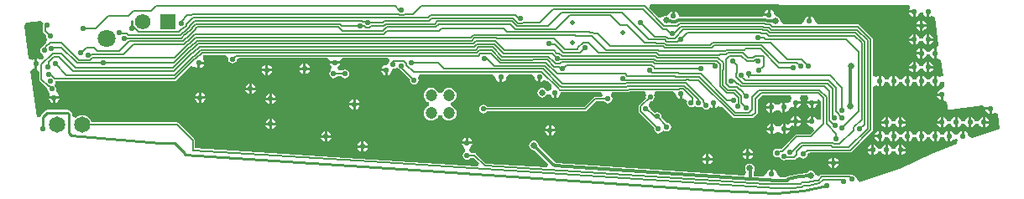
<source format=gbl>
G04*
G04 #@! TF.GenerationSoftware,Altium Limited,Altium Designer,19.1.5 (86)*
G04*
G04 Layer_Physical_Order=2*
G04 Layer_Color=3326705*
%FSAX24Y24*%
%MOIN*%
G70*
G01*
G75*
%ADD14C,0.0100*%
%ADD15C,0.0060*%
%ADD88C,0.0709*%
%ADD89C,0.0120*%
%ADD90C,0.0080*%
%ADD91C,0.0620*%
%ADD92R,0.0620X0.0620*%
%ADD93C,0.0195*%
%ADD94C,0.0472*%
%ADD95C,0.0650*%
%ADD96C,0.0220*%
%ADD97C,0.0260*%
G36*
X052692Y013501D02*
X052729Y013437D01*
X052750Y013361D01*
X052716Y013310D01*
X052709Y013278D01*
X052913D01*
Y013228D01*
X052963D01*
Y013024D01*
X052995Y013031D01*
X053065Y013077D01*
X053111Y013146D01*
X053118Y013179D01*
X053260D01*
X053267Y013146D01*
X053313Y013077D01*
X053383Y013031D01*
X053415Y013024D01*
Y013228D01*
X053515D01*
Y013024D01*
X053546Y013031D01*
X053577Y013051D01*
X053701Y013014D01*
X053726Y012995D01*
X053881Y011893D01*
X053877Y011884D01*
X053790Y011814D01*
Y011575D01*
Y011371D01*
X053813Y011375D01*
X053825Y011375D01*
X053964Y011304D01*
X054052Y010676D01*
X054035Y010661D01*
X053891Y010624D01*
X053822Y010670D01*
X053790Y010676D01*
Y010472D01*
Y010268D01*
X053822Y010275D01*
X053891Y010321D01*
X053938Y010391D01*
X053945Y010429D01*
X054087Y010425D01*
X054111Y010259D01*
X054016Y010135D01*
X053934Y010119D01*
X053864Y010073D01*
X053818Y010003D01*
X053812Y009971D01*
X054016D01*
Y009921D01*
X054066D01*
Y009703D01*
X054177Y009647D01*
X054200Y009624D01*
X054228Y009427D01*
X054235Y009375D01*
X054235Y009375D01*
X054260Y009333D01*
X054308Y009320D01*
X054308Y009320D01*
X054356Y009327D01*
X055626Y009505D01*
X055629Y009504D01*
X055699Y009420D01*
X055945D01*
Y009370D01*
X055995D01*
Y009166D01*
X056027Y009172D01*
X056089Y009214D01*
X056133Y009207D01*
X056235Y009175D01*
X056313Y008550D01*
X055186Y008203D01*
X055149Y008222D01*
X055049Y008307D01*
X055040Y008350D01*
X054994Y008419D01*
X054924Y008465D01*
X054893Y008472D01*
Y008268D01*
X054793D01*
Y008472D01*
X054761Y008465D01*
X054691Y008419D01*
X054645Y008350D01*
X054640Y008324D01*
X054634Y008317D01*
X054502D01*
X054492Y008336D01*
X054489Y008350D01*
X054443Y008419D01*
X054373Y008465D01*
X054341Y008472D01*
Y008268D01*
Y008064D01*
X054373Y008070D01*
X054443Y008116D01*
X054449Y008126D01*
X054608Y008144D01*
X054615Y008141D01*
X054634Y008116D01*
X054598Y007972D01*
X053613Y007550D01*
X052413Y007000D01*
X050813Y006450D01*
X050732Y006433D01*
X050732Y006433D01*
X050624Y006550D01*
X050622Y006554D01*
X050610Y006616D01*
X050572Y006672D01*
X050516Y006710D01*
X050450Y006723D01*
X050409Y006715D01*
X050380Y006735D01*
X050345Y006742D01*
X049240D01*
X049205Y006735D01*
X049175Y006715D01*
X049130Y006670D01*
X049066Y006684D01*
X048989Y006726D01*
X048979Y006774D01*
X048937Y006837D01*
X048874Y006879D01*
X048800Y006894D01*
X048726Y006879D01*
X048663Y006837D01*
X048642Y006806D01*
X048336Y006772D01*
X048330Y006770D01*
X048323Y006769D01*
X047873Y006669D01*
X047864Y006665D01*
X047853Y006663D01*
X047842Y006656D01*
X047830Y006650D01*
X047822Y006642D01*
X047813Y006637D01*
X047801Y006624D01*
X047574D01*
X047464Y006750D01*
X047448Y006832D01*
X047401Y006901D01*
X047332Y006948D01*
X047300Y006954D01*
Y006750D01*
X047200D01*
Y006954D01*
X047168Y006948D01*
X047099Y006901D01*
X047052Y006832D01*
X047036Y006750D01*
X046914Y006644D01*
X046522Y006671D01*
Y006852D01*
X046557Y006904D01*
X046572Y006978D01*
X046557Y007052D01*
X046515Y007115D01*
X046452Y007157D01*
X046378Y007172D01*
X046304Y007157D01*
X046241Y007115D01*
X046199Y007052D01*
X046184Y006978D01*
X046199Y006904D01*
X046241Y006841D01*
X046209Y006754D01*
X046145Y006697D01*
X038690Y007205D01*
X038628Y007245D01*
X037990Y007883D01*
X037994Y007900D01*
X037979Y007974D01*
X037937Y008037D01*
X037874Y008079D01*
X037800Y008094D01*
X037726Y008079D01*
X037663Y008037D01*
X037621Y007974D01*
X037606Y007900D01*
X037621Y007826D01*
X037663Y007763D01*
X037726Y007721D01*
X037800Y007706D01*
X037817Y007710D01*
X038380Y007147D01*
X038318Y007011D01*
X035912Y007168D01*
X035515Y007565D01*
X035485Y007585D01*
X035450Y007592D01*
X035320D01*
X035253Y007664D01*
X035248Y007699D01*
X035259Y007794D01*
X035282Y007836D01*
X035301Y007849D01*
X035348Y007918D01*
X035354Y007950D01*
X034946D01*
X034952Y007918D01*
X034999Y007849D01*
X035018Y007836D01*
X035080Y007722D01*
X035083Y007676D01*
X035028Y007622D01*
X034990Y007566D01*
X034977Y007500D01*
X034990Y007434D01*
X035028Y007378D01*
X035084Y007340D01*
X035150Y007327D01*
X035216Y007340D01*
X035272Y007378D01*
X035280Y007389D01*
X035423Y007398D01*
X035626Y007194D01*
X035568Y007067D01*
X031356Y007342D01*
X031356Y007342D01*
X031356Y007342D01*
X024342Y007794D01*
Y008099D01*
X024335Y008135D01*
X024315Y008164D01*
X023694Y008786D01*
X023664Y008806D01*
X023629Y008813D01*
X020251D01*
X020250Y008822D01*
X020211Y008915D01*
X020149Y008996D01*
X020069Y009057D01*
X019975Y009096D01*
X019875Y009109D01*
X019774Y009096D01*
X019681Y009057D01*
X019602Y008997D01*
X019593Y008998D01*
X019462Y009046D01*
Y009141D01*
X019454Y009184D01*
X019429Y009221D01*
X019429Y009221D01*
X019371Y009279D01*
X019334Y009304D01*
X019291Y009312D01*
X019291Y009312D01*
X018483D01*
X018483Y009312D01*
X018440Y009304D01*
X018404Y009279D01*
X018404Y009279D01*
X018221Y009096D01*
X018196Y009060D01*
X018188Y009017D01*
X018188Y009017D01*
X018051Y009025D01*
X017806Y010875D01*
X017936Y010956D01*
X017945Y010950D01*
X017977Y010944D01*
Y011148D01*
Y011352D01*
X017945Y011345D01*
X017889Y011308D01*
X017819Y011321D01*
X017742Y011351D01*
X017569Y012660D01*
X017649Y012810D01*
X018227Y012876D01*
X018271Y012827D01*
X018319Y012746D01*
X018318Y012742D01*
X018315Y012737D01*
X018308Y012702D01*
Y012450D01*
X018315Y012415D01*
X018335Y012385D01*
X018434Y012286D01*
X018427Y012250D01*
X018440Y012184D01*
X018478Y012128D01*
X018440Y011984D01*
X018336Y011881D01*
X018316Y011851D01*
X018316Y011848D01*
X018304Y011846D01*
X018248Y011808D01*
X018210Y011752D01*
X018197Y011686D01*
X018210Y011620D01*
X018248Y011563D01*
X018304Y011526D01*
X018330Y011389D01*
X018304Y011343D01*
X018159Y011312D01*
X018109Y011345D01*
X018077Y011352D01*
Y011148D01*
Y010893D01*
X018158Y010828D01*
Y010517D01*
X018165Y010482D01*
X018185Y010452D01*
X018452Y010185D01*
X018481Y010166D01*
X018478Y010151D01*
X018491Y010085D01*
X018529Y010029D01*
X018579Y009973D01*
X018552Y009882D01*
X018546Y009850D01*
X018954D01*
X018948Y009882D01*
X018901Y009951D01*
X018894Y009956D01*
X018828Y010059D01*
X018822Y010142D01*
X018824Y010151D01*
X018811Y010217D01*
X018774Y010274D01*
X018766Y010278D01*
X018751Y010299D01*
X018798Y010368D01*
X018814Y010450D01*
X018821Y010458D01*
X023539D01*
X023575Y010465D01*
X023604Y010485D01*
X024180Y011061D01*
X024349Y011038D01*
X024418Y010991D01*
X024450Y010985D01*
Y011189D01*
X024500D01*
Y011239D01*
X024704D01*
X024698Y011271D01*
X024651Y011340D01*
X024656Y011498D01*
X025567D01*
X025593Y011475D01*
X025664Y011358D01*
X025661Y011340D01*
X025674Y011274D01*
X025711Y011218D01*
X025767Y011180D01*
X025834Y011167D01*
X025900Y011180D01*
X025956Y011218D01*
X025994Y011274D01*
X026007Y011340D01*
X026142Y011378D01*
X029598D01*
X029627Y011352D01*
X029687Y011250D01*
X030113D01*
X030173Y011352D01*
X030202Y011378D01*
X032012D01*
X032018Y011374D01*
X032052Y011316D01*
X032067Y011261D01*
X031997Y011126D01*
X031899Y011104D01*
X031868Y011098D01*
X031799Y011051D01*
X031752Y010982D01*
X031746Y010950D01*
X031950D01*
Y010900D01*
X032000D01*
Y010696D01*
X032032Y010702D01*
X032101Y010749D01*
X032148Y010818D01*
X032150Y010831D01*
X032209Y010962D01*
X032275Y010975D01*
X032353Y010999D01*
X032428Y010954D01*
Y010954D01*
X032434Y010950D01*
X032484Y010917D01*
X032511Y010911D01*
X032516Y010905D01*
X032884Y010536D01*
X032877Y010500D01*
X032890Y010434D01*
X032928Y010378D01*
X032984Y010340D01*
X033050Y010327D01*
X033116Y010340D01*
X033172Y010378D01*
X033210Y010434D01*
X033223Y010500D01*
X033210Y010566D01*
X033201Y010580D01*
X033257Y010713D01*
X033263Y010720D01*
X036153D01*
X036274Y010612D01*
X036291Y010530D01*
X036337Y010461D01*
X036406Y010414D01*
X036438Y010408D01*
Y010612D01*
X036538D01*
Y010408D01*
X036570Y010414D01*
X036639Y010461D01*
X036686Y010530D01*
X036702Y010612D01*
X036812Y010738D01*
X037697D01*
X037819Y010633D01*
X037835Y010551D01*
X037882Y010482D01*
X037951Y010435D01*
X037983Y010429D01*
Y010633D01*
X038083D01*
Y010429D01*
X038115Y010435D01*
X038184Y010482D01*
X038346Y010472D01*
X038502Y010316D01*
X038499Y010151D01*
X038452Y010082D01*
X038452Y010081D01*
X038323Y010075D01*
X038309Y010077D01*
X038269Y010137D01*
X038206Y010179D01*
X038132Y010194D01*
X038058Y010179D01*
X037995Y010137D01*
X037953Y010074D01*
X037938Y010000D01*
X037953Y009926D01*
X037995Y009863D01*
X038058Y009821D01*
X038132Y009806D01*
X038206Y009821D01*
X038269Y009863D01*
X038309Y009923D01*
X038323Y009925D01*
X038452Y009919D01*
X038452Y009918D01*
X038499Y009849D01*
X038568Y009802D01*
X038600Y009796D01*
Y010000D01*
X038700D01*
Y009796D01*
X038732Y009802D01*
X038801Y009849D01*
X038848Y009918D01*
X038864Y010000D01*
X038879Y010018D01*
X040458D01*
X040528Y009878D01*
X040501Y009842D01*
X040250D01*
X040215Y009835D01*
X040185Y009815D01*
X039812Y009442D01*
X035943D01*
X035922Y009472D01*
X035866Y009510D01*
X035800Y009523D01*
X035734Y009510D01*
X035678Y009472D01*
X035640Y009416D01*
X035627Y009350D01*
X035640Y009284D01*
X035678Y009228D01*
X035734Y009190D01*
X035800Y009177D01*
X035866Y009190D01*
X035922Y009228D01*
X035943Y009258D01*
X039850D01*
X039885Y009265D01*
X039915Y009285D01*
X040288Y009658D01*
X040607D01*
X040628Y009628D01*
X040684Y009590D01*
X040750Y009577D01*
X040816Y009590D01*
X040872Y009628D01*
X040910Y009684D01*
X040923Y009750D01*
X040910Y009816D01*
X040872Y009872D01*
X040864Y009878D01*
X040906Y010018D01*
X041532D01*
X041567Y010025D01*
X041597Y010045D01*
X041600Y010048D01*
X042206D01*
X042210Y010044D01*
X042268Y009908D01*
X042260Y009896D01*
X042247Y009830D01*
X042256Y009785D01*
X041985Y009515D01*
X041965Y009485D01*
X041958Y009450D01*
Y009250D01*
X041965Y009215D01*
X041985Y009185D01*
X042584Y008586D01*
X042577Y008550D01*
X042590Y008484D01*
X042628Y008428D01*
X042684Y008390D01*
X042750Y008377D01*
X042816Y008390D01*
X042872Y008428D01*
X042929Y008482D01*
X043014Y008472D01*
X043014Y008472D01*
X043033Y008468D01*
X043080Y008459D01*
X043146Y008472D01*
X043203Y008509D01*
X043240Y008566D01*
X043253Y008632D01*
X043240Y008698D01*
X043203Y008754D01*
X043146Y008792D01*
X043080Y008805D01*
X043076Y008804D01*
X042866Y009014D01*
X042873Y009050D01*
X042860Y009116D01*
X042822Y009172D01*
X042766Y009210D01*
X042700Y009223D01*
X042634Y009210D01*
X042595Y009184D01*
X042422Y009358D01*
X042410Y009416D01*
X042372Y009472D01*
X042369Y009524D01*
X042420Y009657D01*
X042486Y009670D01*
X042542Y009708D01*
X042580Y009764D01*
X042593Y009830D01*
X042580Y009896D01*
X042572Y009908D01*
X042630Y010044D01*
X042634Y010048D01*
X043313D01*
X043436Y009950D01*
X043452Y009868D01*
X043499Y009799D01*
X043568Y009752D01*
X043600Y009746D01*
Y009950D01*
X043700D01*
Y009746D01*
X043732Y009752D01*
X043873Y009694D01*
X043889Y009668D01*
X043889Y009660D01*
X043877Y009600D01*
X043890Y009534D01*
X043928Y009478D01*
X043984Y009440D01*
X044050Y009427D01*
X044116Y009440D01*
X044200Y009468D01*
X044284Y009440D01*
X044350Y009427D01*
X044416Y009440D01*
X044490Y009434D01*
X044528Y009378D01*
X044584Y009340D01*
X044650Y009327D01*
X044716Y009340D01*
X044772Y009378D01*
X044810Y009434D01*
X044817Y009437D01*
X044868Y009402D01*
X044900Y009396D01*
Y009600D01*
X045000D01*
Y009396D01*
X045032Y009402D01*
X045101Y009449D01*
X045263Y009439D01*
X045688Y009015D01*
X045717Y008995D01*
X045752Y008988D01*
X046465D01*
X046500Y008995D01*
X046530Y009015D01*
X046660Y009145D01*
X046680Y009175D01*
X046687Y009210D01*
Y009707D01*
X046868Y009888D01*
X048002D01*
X048043Y009768D01*
X048047Y009748D01*
X048002Y009682D01*
X047994Y009642D01*
X047951Y009612D01*
X047885Y009587D01*
X047851Y009582D01*
X047810Y009609D01*
X047778Y009616D01*
Y009412D01*
Y009208D01*
X047810Y009214D01*
X047879Y009260D01*
X047926Y009330D01*
X047934Y009370D01*
X047977Y009399D01*
X048043Y009425D01*
X048077Y009430D01*
X048118Y009402D01*
X048150Y009396D01*
Y009600D01*
X048200D01*
Y009650D01*
X048404D01*
X048398Y009682D01*
X048353Y009748D01*
X048357Y009768D01*
X048398Y009888D01*
X048652D01*
X048693Y009768D01*
X048697Y009748D01*
X048652Y009682D01*
X048646Y009650D01*
X049065D01*
X049116Y009748D01*
X049208Y009666D01*
Y008920D01*
X049194Y008912D01*
X049048Y008932D01*
X049001Y009001D01*
X048932Y009048D01*
X048900Y009054D01*
Y008850D01*
X048850D01*
Y008800D01*
X048646D01*
X048652Y008768D01*
X048699Y008699D01*
X048768Y008652D01*
X048850Y008636D01*
X048860Y008638D01*
X048929Y008509D01*
X048762Y008342D01*
X048250D01*
X048215Y008335D01*
X048185Y008315D01*
X047636Y007766D01*
X047574D01*
X047539Y007759D01*
X047524Y007749D01*
X047460Y007762D01*
X047394Y007749D01*
X047338Y007711D01*
X047300Y007655D01*
X047287Y007589D01*
X047300Y007522D01*
X047338Y007466D01*
X047394Y007429D01*
X047460Y007416D01*
X047527Y007429D01*
X047618Y007350D01*
X047674Y007312D01*
X047740Y007299D01*
X047806Y007312D01*
X047817Y007320D01*
X048130D01*
X048165Y007327D01*
X048195Y007346D01*
X048236Y007387D01*
X048378Y007428D01*
X048434Y007390D01*
X048500Y007377D01*
X048566Y007390D01*
X048622Y007428D01*
X048660Y007484D01*
X048673Y007550D01*
X048800Y007618D01*
X050362D01*
X050398Y007625D01*
X050427Y007645D01*
X051245Y008463D01*
X051265Y008492D01*
X051272Y008528D01*
Y010241D01*
X051313Y010270D01*
X051412Y010303D01*
X051454Y010275D01*
X051485Y010268D01*
Y010472D01*
Y010676D01*
X051454Y010670D01*
X051412Y010642D01*
X051313Y010675D01*
X051272Y010704D01*
Y012129D01*
X051265Y012164D01*
X051245Y012194D01*
X050744Y012695D01*
X050714Y012715D01*
X050679Y012722D01*
X049072D01*
X048964Y012850D01*
X048948Y012932D01*
X048901Y013001D01*
X048832Y013048D01*
X048800Y013054D01*
Y012850D01*
X048700D01*
Y013054D01*
X048668Y013048D01*
X048599Y013001D01*
X048552Y012932D01*
X048536Y012850D01*
X048428Y012722D01*
X047698D01*
X047594Y012850D01*
X047579Y012924D01*
X047537Y012987D01*
X047474Y013029D01*
X047364Y013100D01*
X047348Y013182D01*
X047301Y013251D01*
X047232Y013298D01*
X047200Y013304D01*
Y013100D01*
X047150D01*
Y013050D01*
X046895D01*
X046880Y013032D01*
X043579D01*
X043564Y013050D01*
X043548Y013132D01*
X043501Y013201D01*
X043432Y013248D01*
X043400Y013254D01*
Y013050D01*
X043300D01*
Y013254D01*
X043268Y013248D01*
X043199Y013201D01*
X043152Y013132D01*
X043061Y013072D01*
X042987Y013058D01*
X042924Y013016D01*
X042760Y012999D01*
X042383Y013376D01*
X042441Y013516D01*
X052692Y013501D01*
D02*
G37*
%LPC*%
G36*
X047100Y013304D02*
X047068Y013298D01*
X046999Y013251D01*
X046952Y013182D01*
X046946Y013150D01*
X047100D01*
Y013304D01*
D02*
G37*
G36*
X052863Y013178D02*
X052709D01*
X052716Y013146D01*
X052762Y013077D01*
X052832Y013031D01*
X052863Y013024D01*
Y013178D01*
D02*
G37*
G36*
X053239Y012881D02*
Y012727D01*
X053393D01*
X053387Y012759D01*
X053340Y012828D01*
X053271Y012875D01*
X053239Y012881D01*
D02*
G37*
G36*
X053139D02*
X053107Y012875D01*
X053038Y012828D01*
X052991Y012759D01*
X052985Y012727D01*
X053139D01*
Y012881D01*
D02*
G37*
G36*
X053393Y012627D02*
X053239D01*
Y012473D01*
X053271Y012479D01*
X053340Y012526D01*
X053387Y012595D01*
X053393Y012627D01*
D02*
G37*
G36*
X053139D02*
X052985D01*
X052991Y012595D01*
X053038Y012526D01*
X053107Y012479D01*
X053139Y012473D01*
Y012627D01*
D02*
G37*
G36*
X053515Y012330D02*
Y012176D01*
X053669D01*
X053662Y012208D01*
X053616Y012277D01*
X053546Y012324D01*
X053515Y012330D01*
D02*
G37*
G36*
X052863D02*
X052832Y012324D01*
X052762Y012277D01*
X052716Y012208D01*
X052709Y012176D01*
X052863D01*
Y012330D01*
D02*
G37*
G36*
X053415D02*
X053383Y012324D01*
X053313Y012277D01*
X053267Y012208D01*
X053260Y012175D01*
X053118D01*
X053111Y012208D01*
X053065Y012277D01*
X052995Y012324D01*
X052963Y012330D01*
Y012126D01*
Y011922D01*
X052995Y011928D01*
X053065Y011975D01*
X053111Y012044D01*
X053118Y012077D01*
X053260D01*
X053267Y012044D01*
X053313Y011975D01*
X053383Y011928D01*
X053415Y011922D01*
Y012126D01*
Y012330D01*
D02*
G37*
G36*
X053669Y012076D02*
X053515D01*
Y011922D01*
X053546Y011928D01*
X053616Y011975D01*
X053662Y012044D01*
X053669Y012076D01*
D02*
G37*
G36*
X052863D02*
X052709D01*
X052716Y012044D01*
X052762Y011975D01*
X052832Y011928D01*
X052863Y011922D01*
Y012076D01*
D02*
G37*
G36*
X053139Y011779D02*
X053107Y011772D01*
X053038Y011726D01*
X052991Y011657D01*
X052985Y011625D01*
X053139D01*
Y011779D01*
D02*
G37*
G36*
X053690D02*
X053658Y011772D01*
X053589Y011726D01*
X053542Y011657D01*
X053536Y011624D01*
X053393D01*
X053387Y011657D01*
X053340Y011726D01*
X053271Y011772D01*
X053239Y011779D01*
Y011575D01*
Y011371D01*
X053271Y011377D01*
X053340Y011424D01*
X053387Y011493D01*
X053393Y011526D01*
X053536D01*
X053542Y011493D01*
X053589Y011424D01*
X053658Y011377D01*
X053690Y011371D01*
Y011575D01*
Y011779D01*
D02*
G37*
G36*
X053139Y011525D02*
X052985D01*
X052991Y011493D01*
X053038Y011424D01*
X053107Y011377D01*
X053139Y011371D01*
Y011525D01*
D02*
G37*
G36*
X053515Y011228D02*
Y011074D01*
X053669D01*
X053662Y011106D01*
X053616Y011175D01*
X053546Y011221D01*
X053515Y011228D01*
D02*
G37*
G36*
X052863D02*
X052832Y011221D01*
X052762Y011175D01*
X052716Y011106D01*
X052709Y011074D01*
X052863D01*
Y011228D01*
D02*
G37*
G36*
X053415D02*
X053383Y011221D01*
X053313Y011175D01*
X053267Y011106D01*
X053260Y011073D01*
X053118D01*
X053111Y011106D01*
X053065Y011175D01*
X052995Y011221D01*
X052963Y011228D01*
Y011024D01*
Y010820D01*
X052995Y010826D01*
X053065Y010872D01*
X053111Y010942D01*
X053118Y010975D01*
X053260D01*
X053267Y010942D01*
X053313Y010872D01*
X053383Y010826D01*
X053415Y010820D01*
Y011024D01*
Y011228D01*
D02*
G37*
G36*
X028750Y011154D02*
Y011000D01*
X028904D01*
X028898Y011032D01*
X028851Y011101D01*
X028782Y011148D01*
X028750Y011154D01*
D02*
G37*
G36*
X028650D02*
X028618Y011148D01*
X028549Y011101D01*
X028502Y011032D01*
X028496Y011000D01*
X028650D01*
Y011154D01*
D02*
G37*
G36*
X024704Y011139D02*
X024550D01*
Y010985D01*
X024582Y010991D01*
X024651Y011038D01*
X024698Y011107D01*
X024704Y011139D01*
D02*
G37*
G36*
X027250Y011104D02*
Y010950D01*
X027404D01*
X027398Y010982D01*
X027351Y011051D01*
X027282Y011098D01*
X027250Y011104D01*
D02*
G37*
G36*
X027150D02*
X027118Y011098D01*
X027049Y011051D01*
X027002Y010982D01*
X026996Y010950D01*
X027150D01*
Y011104D01*
D02*
G37*
G36*
X053669Y010974D02*
X053515D01*
Y010820D01*
X053546Y010826D01*
X053616Y010872D01*
X053662Y010942D01*
X053669Y010974D01*
D02*
G37*
G36*
X052863D02*
X052709D01*
X052716Y010942D01*
X052762Y010872D01*
X052832Y010826D01*
X052863Y010820D01*
Y010974D01*
D02*
G37*
G36*
X028904Y010900D02*
X028750D01*
Y010746D01*
X028782Y010752D01*
X028851Y010799D01*
X028898Y010868D01*
X028904Y010900D01*
D02*
G37*
G36*
X028650D02*
X028496D01*
X028502Y010868D01*
X028549Y010799D01*
X028618Y010752D01*
X028650Y010746D01*
Y010900D01*
D02*
G37*
G36*
X031900Y010850D02*
X031746D01*
X031752Y010818D01*
X031799Y010749D01*
X031868Y010702D01*
X031900Y010696D01*
Y010850D01*
D02*
G37*
G36*
X027404D02*
X027250D01*
Y010696D01*
X027282Y010702D01*
X027351Y010749D01*
X027398Y010818D01*
X027404Y010850D01*
D02*
G37*
G36*
X027150D02*
X026996D01*
X027002Y010818D01*
X027049Y010749D01*
X027118Y010702D01*
X027150Y010696D01*
Y010850D01*
D02*
G37*
G36*
X030104Y011150D02*
X029696D01*
X029702Y011118D01*
X029749Y011049D01*
X029754Y011045D01*
X029761Y011011D01*
X029746Y010885D01*
X029728Y010872D01*
X029690Y010816D01*
X029677Y010750D01*
X029690Y010684D01*
X029728Y010628D01*
X029784Y010590D01*
X029850Y010577D01*
X029916Y010590D01*
X029972Y010628D01*
X029993Y010658D01*
X030157D01*
X030178Y010628D01*
X030234Y010590D01*
X030300Y010577D01*
X030366Y010590D01*
X030422Y010628D01*
X030460Y010684D01*
X030473Y010750D01*
X030460Y010816D01*
X030422Y010872D01*
X030366Y010910D01*
X030300Y010923D01*
X030234Y010910D01*
X030204Y010890D01*
X030079Y010905D01*
X030040Y010918D01*
X029998Y010982D01*
X030006Y011018D01*
X030051Y011049D01*
X030098Y011118D01*
X030104Y011150D01*
D02*
G37*
G36*
X053690Y010676D02*
X053658Y010670D01*
X053589Y010624D01*
X053542Y010554D01*
X053536Y010521D01*
X053393D01*
X053387Y010554D01*
X053340Y010624D01*
X053271Y010670D01*
X053239Y010676D01*
Y010472D01*
Y010268D01*
X053271Y010275D01*
X053340Y010321D01*
X053387Y010391D01*
X053393Y010424D01*
X053536D01*
X053542Y010391D01*
X053589Y010321D01*
X053658Y010275D01*
X053690Y010268D01*
Y010472D01*
Y010676D01*
D02*
G37*
G36*
X053139D02*
X053107Y010670D01*
X053038Y010624D01*
X052991Y010554D01*
X052985Y010521D01*
X052842D01*
X052835Y010554D01*
X052789Y010624D01*
X052720Y010670D01*
X052688Y010676D01*
Y010472D01*
Y010268D01*
X052720Y010275D01*
X052789Y010321D01*
X052835Y010391D01*
X052842Y010424D01*
X052985D01*
X052991Y010391D01*
X053038Y010321D01*
X053107Y010275D01*
X053139Y010268D01*
Y010472D01*
Y010676D01*
D02*
G37*
G36*
X052588D02*
X052556Y010670D01*
X052487Y010624D01*
X052440Y010554D01*
X052434Y010521D01*
X052291D01*
X052284Y010554D01*
X052238Y010624D01*
X052168Y010670D01*
X052137Y010676D01*
Y010472D01*
Y010268D01*
X052168Y010275D01*
X052238Y010321D01*
X052284Y010391D01*
X052291Y010424D01*
X052434D01*
X052440Y010391D01*
X052487Y010321D01*
X052556Y010275D01*
X052588Y010268D01*
Y010472D01*
Y010676D01*
D02*
G37*
G36*
X052037D02*
X052005Y010670D01*
X051935Y010624D01*
X051889Y010554D01*
X051882Y010521D01*
X051740D01*
X051733Y010554D01*
X051687Y010624D01*
X051617Y010670D01*
X051585Y010676D01*
Y010472D01*
Y010268D01*
X051617Y010275D01*
X051687Y010321D01*
X051733Y010391D01*
X051740Y010424D01*
X051882D01*
X051889Y010391D01*
X051935Y010321D01*
X052005Y010275D01*
X052037Y010268D01*
Y010472D01*
Y010676D01*
D02*
G37*
G36*
X026600Y010354D02*
Y010200D01*
X026754D01*
X026748Y010232D01*
X026701Y010301D01*
X026632Y010348D01*
X026600Y010354D01*
D02*
G37*
G36*
X026500D02*
X026468Y010348D01*
X026399Y010301D01*
X026352Y010232D01*
X026346Y010200D01*
X026500D01*
Y010354D01*
D02*
G37*
G36*
X034432Y010193D02*
X034355Y010183D01*
X034283Y010153D01*
X034221Y010105D01*
X034174Y010043D01*
X034152Y009991D01*
X034079Y009978D01*
X034006Y009991D01*
X033984Y010043D01*
X033936Y010105D01*
X033875Y010153D01*
X033803Y010183D01*
X033725Y010193D01*
X033648Y010183D01*
X033576Y010153D01*
X033514Y010105D01*
X033466Y010043D01*
X033437Y009971D01*
X033426Y009894D01*
X033437Y009817D01*
X033466Y009745D01*
X033514Y009683D01*
X033576Y009635D01*
X033628Y009614D01*
X033641Y009541D01*
X033628Y009467D01*
X033576Y009446D01*
X033514Y009398D01*
X033466Y009336D01*
X033437Y009264D01*
X033426Y009187D01*
X033437Y009110D01*
X033466Y009038D01*
X033514Y008976D01*
X033576Y008928D01*
X033648Y008898D01*
X033725Y008888D01*
X033803Y008898D01*
X033875Y008928D01*
X033936Y008976D01*
X033984Y009038D01*
X034006Y009090D01*
X034079Y009103D01*
X034152Y009090D01*
X034174Y009038D01*
X034221Y008976D01*
X034283Y008928D01*
X034355Y008898D01*
X034432Y008888D01*
X034510Y008898D01*
X034582Y008928D01*
X034644Y008976D01*
X034691Y009038D01*
X034721Y009110D01*
X034731Y009187D01*
X034721Y009264D01*
X034691Y009336D01*
X034644Y009398D01*
X034582Y009446D01*
X034529Y009467D01*
X034516Y009541D01*
X034529Y009614D01*
X034582Y009635D01*
X034644Y009683D01*
X034691Y009745D01*
X034721Y009817D01*
X034731Y009894D01*
X034721Y009971D01*
X034691Y010043D01*
X034644Y010105D01*
X034582Y010153D01*
X034510Y010183D01*
X034432Y010193D01*
D02*
G37*
G36*
X026754Y010100D02*
X026600D01*
Y009946D01*
X026632Y009952D01*
X026701Y009999D01*
X026748Y010068D01*
X026754Y010100D01*
D02*
G37*
G36*
X026500D02*
X026346D01*
X026352Y010068D01*
X026399Y009999D01*
X026468Y009952D01*
X026500Y009946D01*
Y010100D01*
D02*
G37*
G36*
X024600Y010004D02*
Y009850D01*
X024754D01*
X024748Y009882D01*
X024701Y009951D01*
X024632Y009998D01*
X024600Y010004D01*
D02*
G37*
G36*
X024500D02*
X024468Y009998D01*
X024399Y009951D01*
X024352Y009882D01*
X024346Y009850D01*
X024500D01*
Y010004D01*
D02*
G37*
G36*
X027400Y009954D02*
Y009800D01*
X027554D01*
X027548Y009832D01*
X027501Y009901D01*
X027432Y009948D01*
X027400Y009954D01*
D02*
G37*
G36*
X027300D02*
X027268Y009948D01*
X027199Y009901D01*
X027152Y009832D01*
X027146Y009800D01*
X027300D01*
Y009954D01*
D02*
G37*
G36*
X053966Y009871D02*
X053812D01*
X053818Y009839D01*
X053864Y009770D01*
X053934Y009724D01*
X053966Y009717D01*
Y009871D01*
D02*
G37*
G36*
X024754Y009750D02*
X024600D01*
Y009596D01*
X024632Y009602D01*
X024701Y009649D01*
X024748Y009718D01*
X024754Y009750D01*
D02*
G37*
G36*
X024500D02*
X024346D01*
X024352Y009718D01*
X024399Y009649D01*
X024468Y009602D01*
X024500Y009596D01*
Y009750D01*
D02*
G37*
G36*
X018954D02*
X018800D01*
Y009596D01*
X018832Y009602D01*
X018901Y009649D01*
X018948Y009718D01*
X018954Y009750D01*
D02*
G37*
G36*
X018700D02*
X018546D01*
X018552Y009718D01*
X018599Y009649D01*
X018668Y009602D01*
X018700Y009596D01*
Y009750D01*
D02*
G37*
G36*
X030719Y009735D02*
Y009581D01*
X030873D01*
X030867Y009613D01*
X030820Y009682D01*
X030751Y009729D01*
X030719Y009735D01*
D02*
G37*
G36*
X030619D02*
X030587Y009729D01*
X030518Y009682D01*
X030471Y009613D01*
X030465Y009581D01*
X030619D01*
Y009735D01*
D02*
G37*
G36*
X027554Y009700D02*
X027400D01*
Y009546D01*
X027432Y009552D01*
X027501Y009599D01*
X027548Y009668D01*
X027554Y009700D01*
D02*
G37*
G36*
X027300D02*
X027146D01*
X027152Y009668D01*
X027199Y009599D01*
X027268Y009552D01*
X027300Y009546D01*
Y009700D01*
D02*
G37*
G36*
X047678Y009616D02*
X047646Y009609D01*
X047577Y009563D01*
X047556Y009532D01*
X047533Y009525D01*
X047423D01*
X047400Y009532D01*
X047379Y009563D01*
X047310Y009609D01*
X047278Y009616D01*
Y009412D01*
Y009208D01*
X047310Y009214D01*
X047379Y009260D01*
X047400Y009292D01*
X047423Y009298D01*
X047533D01*
X047556Y009292D01*
X047577Y009260D01*
X047646Y009214D01*
X047678Y009208D01*
Y009412D01*
Y009616D01*
D02*
G37*
G36*
X047178D02*
X047146Y009609D01*
X047077Y009563D01*
X047030Y009493D01*
X047024Y009462D01*
X047178D01*
Y009616D01*
D02*
G37*
G36*
X049054Y009550D02*
X048900D01*
Y009396D01*
X048932Y009402D01*
X049001Y009449D01*
X049048Y009518D01*
X049054Y009550D01*
D02*
G37*
G36*
X048800D02*
X048646D01*
X048652Y009518D01*
X048699Y009449D01*
X048768Y009402D01*
X048800Y009396D01*
Y009550D01*
D02*
G37*
G36*
X048404D02*
X048250D01*
Y009396D01*
X048282Y009402D01*
X048351Y009449D01*
X048398Y009518D01*
X048404Y009550D01*
D02*
G37*
G36*
X030873Y009481D02*
X030719D01*
Y009327D01*
X030751Y009333D01*
X030820Y009380D01*
X030867Y009449D01*
X030873Y009481D01*
D02*
G37*
G36*
X030619D02*
X030465D01*
X030471Y009449D01*
X030518Y009380D01*
X030587Y009333D01*
X030619Y009327D01*
Y009481D01*
D02*
G37*
G36*
X047178Y009362D02*
X047024D01*
X047030Y009330D01*
X047077Y009260D01*
X047146Y009214D01*
X047178Y009208D01*
Y009362D01*
D02*
G37*
G36*
X055895Y009320D02*
X055741D01*
X055747Y009288D01*
X055794Y009219D01*
X055863Y009172D01*
X055895Y009166D01*
Y009320D01*
D02*
G37*
G36*
X048800Y009054D02*
X048768Y009048D01*
X048699Y009001D01*
X048652Y008932D01*
X048646Y008900D01*
X048800D01*
Y009054D01*
D02*
G37*
G36*
X048250D02*
Y008900D01*
X048404D01*
X048398Y008932D01*
X048351Y009001D01*
X048282Y009048D01*
X048250Y009054D01*
D02*
G37*
G36*
X048150D02*
X048118Y009048D01*
X048049Y009001D01*
X048002Y008932D01*
X047996Y008900D01*
X048150D01*
Y009054D01*
D02*
G37*
G36*
X055719Y009023D02*
Y008869D01*
X055873D01*
X055867Y008901D01*
X055821Y008970D01*
X055751Y009017D01*
X055719Y009023D01*
D02*
G37*
G36*
X053966D02*
X053934Y009017D01*
X053864Y008970D01*
X053818Y008901D01*
X053812Y008869D01*
X053966D01*
Y009023D01*
D02*
G37*
G36*
X052412D02*
Y008869D01*
X052566D01*
X052560Y008901D01*
X052513Y008970D01*
X052444Y009017D01*
X052412Y009023D01*
D02*
G37*
G36*
X051761D02*
X051729Y009017D01*
X051660Y008970D01*
X051613Y008901D01*
X051607Y008869D01*
X051761D01*
Y009023D01*
D02*
G37*
G36*
X055619D02*
X055587Y009017D01*
X055518Y008970D01*
X055472Y008901D01*
X055465Y008868D01*
X055322D01*
X055316Y008901D01*
X055269Y008970D01*
X055200Y009017D01*
X055168Y009023D01*
Y008819D01*
Y008615D01*
X055200Y008621D01*
X055269Y008668D01*
X055316Y008737D01*
X055322Y008770D01*
X055465D01*
X055472Y008737D01*
X055518Y008668D01*
X055587Y008621D01*
X055619Y008615D01*
Y008819D01*
Y009023D01*
D02*
G37*
G36*
X055068D02*
X055036Y009017D01*
X054967Y008970D01*
X054920Y008901D01*
X054914Y008868D01*
X054771D01*
X054765Y008901D01*
X054718Y008970D01*
X054649Y009017D01*
X054617Y009023D01*
Y008819D01*
Y008615D01*
X054649Y008621D01*
X054718Y008668D01*
X054765Y008737D01*
X054771Y008770D01*
X054914D01*
X054920Y008737D01*
X054967Y008668D01*
X055036Y008621D01*
X055068Y008615D01*
Y008819D01*
Y009023D01*
D02*
G37*
G36*
X054517D02*
X054485Y009017D01*
X054416Y008970D01*
X054369Y008901D01*
X054363Y008868D01*
X054220D01*
X054213Y008901D01*
X054167Y008970D01*
X054098Y009017D01*
X054066Y009023D01*
Y008819D01*
Y008615D01*
X054098Y008621D01*
X054167Y008668D01*
X054213Y008737D01*
X054220Y008770D01*
X054363D01*
X054369Y008737D01*
X054416Y008668D01*
X054485Y008621D01*
X054517Y008615D01*
Y008819D01*
Y009023D01*
D02*
G37*
G36*
X052312D02*
X052280Y009017D01*
X052211Y008970D01*
X052165Y008901D01*
X052158Y008868D01*
X052015D01*
X052009Y008901D01*
X051962Y008970D01*
X051893Y009017D01*
X051861Y009023D01*
Y008819D01*
Y008615D01*
X051893Y008621D01*
X051962Y008668D01*
X052009Y008737D01*
X052015Y008770D01*
X052158D01*
X052165Y008737D01*
X052211Y008668D01*
X052280Y008621D01*
X052312Y008615D01*
Y008819D01*
Y009023D01*
D02*
G37*
G36*
X027400Y008954D02*
Y008800D01*
X027554D01*
X027548Y008832D01*
X027501Y008901D01*
X027432Y008948D01*
X027400Y008954D01*
D02*
G37*
G36*
X027300D02*
X027268Y008948D01*
X027199Y008901D01*
X027152Y008832D01*
X027146Y008800D01*
X027300D01*
Y008954D01*
D02*
G37*
G36*
X048150Y008800D02*
X047996D01*
X047997Y008793D01*
X047984Y008780D01*
X047896Y008721D01*
X047881Y008715D01*
X047870Y008722D01*
X047832Y008748D01*
X047800Y008754D01*
Y008600D01*
X047954D01*
X047953Y008607D01*
X047966Y008620D01*
X048054Y008679D01*
X048069Y008685D01*
X048080Y008678D01*
X048118Y008652D01*
X048150Y008646D01*
Y008800D01*
D02*
G37*
G36*
X047700Y008754D02*
X047668Y008748D01*
X047599Y008701D01*
X047578Y008670D01*
X047555Y008663D01*
X047445D01*
X047422Y008670D01*
X047401Y008701D01*
X047332Y008748D01*
X047300Y008754D01*
Y008550D01*
Y008346D01*
X047332Y008352D01*
X047401Y008399D01*
X047422Y008430D01*
X047445Y008437D01*
X047555D01*
X047578Y008430D01*
X047599Y008399D01*
X047668Y008352D01*
X047700Y008346D01*
Y008550D01*
Y008754D01*
D02*
G37*
G36*
X048404Y008800D02*
X048250D01*
Y008646D01*
X048282Y008652D01*
X048351Y008699D01*
X048398Y008768D01*
X048404Y008800D01*
D02*
G37*
G36*
X055873Y008769D02*
X055719D01*
Y008615D01*
X055751Y008621D01*
X055821Y008668D01*
X055867Y008737D01*
X055873Y008769D01*
D02*
G37*
G36*
X053966D02*
X053812D01*
X053818Y008737D01*
X053864Y008668D01*
X053934Y008621D01*
X053966Y008615D01*
Y008769D01*
D02*
G37*
G36*
X052566D02*
X052412D01*
Y008615D01*
X052444Y008621D01*
X052513Y008668D01*
X052560Y008737D01*
X052566Y008769D01*
D02*
G37*
G36*
X051761D02*
X051607D01*
X051613Y008737D01*
X051660Y008668D01*
X051729Y008621D01*
X051761Y008615D01*
Y008769D01*
D02*
G37*
G36*
X047200Y008754D02*
X047168Y008748D01*
X047099Y008701D01*
X047052Y008632D01*
X047046Y008600D01*
X047200D01*
Y008754D01*
D02*
G37*
G36*
X038500Y008704D02*
Y008550D01*
X038654D01*
X038648Y008582D01*
X038601Y008651D01*
X038532Y008698D01*
X038500Y008704D01*
D02*
G37*
G36*
X038400D02*
X038368Y008698D01*
X038299Y008651D01*
X038252Y008582D01*
X038246Y008550D01*
X038400D01*
Y008704D01*
D02*
G37*
G36*
X027554Y008700D02*
X027400D01*
Y008546D01*
X027432Y008552D01*
X027501Y008599D01*
X027548Y008668D01*
X027554Y008700D01*
D02*
G37*
G36*
X027300D02*
X027146D01*
X027152Y008668D01*
X027199Y008599D01*
X027268Y008552D01*
X027300Y008546D01*
Y008700D01*
D02*
G37*
G36*
X047954Y008500D02*
X047800D01*
Y008346D01*
X047832Y008352D01*
X047901Y008399D01*
X047948Y008468D01*
X047954Y008500D01*
D02*
G37*
G36*
X047200D02*
X047046D01*
X047052Y008468D01*
X047099Y008399D01*
X047168Y008352D01*
X047200Y008346D01*
Y008500D01*
D02*
G37*
G36*
X051485Y008472D02*
X051454Y008465D01*
X051384Y008419D01*
X051338Y008350D01*
X051331Y008318D01*
X051485D01*
Y008472D01*
D02*
G37*
G36*
X054241D02*
X054209Y008465D01*
X054140Y008419D01*
X054094Y008350D01*
X054087Y008317D01*
X053944D01*
X053938Y008350D01*
X053891Y008419D01*
X053822Y008465D01*
X053790Y008472D01*
Y008268D01*
Y008064D01*
X053822Y008070D01*
X053891Y008116D01*
X053938Y008186D01*
X053944Y008219D01*
X054087D01*
X054094Y008186D01*
X054140Y008116D01*
X054209Y008070D01*
X054241Y008064D01*
Y008268D01*
Y008472D01*
D02*
G37*
G36*
X053690D02*
X053658Y008465D01*
X053589Y008419D01*
X053542Y008350D01*
X053536Y008317D01*
X053393D01*
X053387Y008350D01*
X053340Y008419D01*
X053271Y008465D01*
X053239Y008472D01*
Y008268D01*
Y008064D01*
X053271Y008070D01*
X053340Y008116D01*
X053387Y008186D01*
X053393Y008219D01*
X053536D01*
X053542Y008186D01*
X053589Y008116D01*
X053658Y008070D01*
X053690Y008064D01*
Y008268D01*
Y008472D01*
D02*
G37*
G36*
X053139D02*
X053107Y008465D01*
X053038Y008419D01*
X052991Y008350D01*
X052985Y008317D01*
X052842D01*
X052835Y008350D01*
X052789Y008419D01*
X052720Y008465D01*
X052688Y008472D01*
Y008268D01*
Y008064D01*
X052720Y008070D01*
X052789Y008116D01*
X052835Y008186D01*
X052842Y008219D01*
X052985D01*
X052991Y008186D01*
X053038Y008116D01*
X053107Y008070D01*
X053139Y008064D01*
Y008268D01*
Y008472D01*
D02*
G37*
G36*
X052588D02*
X052556Y008465D01*
X052487Y008419D01*
X052440Y008350D01*
X052434Y008317D01*
X052291D01*
X052284Y008350D01*
X052238Y008419D01*
X052168Y008465D01*
X052137Y008472D01*
Y008268D01*
Y008064D01*
X052168Y008070D01*
X052238Y008116D01*
X052284Y008186D01*
X052291Y008219D01*
X052434D01*
X052440Y008186D01*
X052487Y008116D01*
X052556Y008070D01*
X052588Y008064D01*
Y008268D01*
Y008472D01*
D02*
G37*
G36*
X052037D02*
X052005Y008465D01*
X051935Y008419D01*
X051889Y008350D01*
X051882Y008317D01*
X051740D01*
X051733Y008350D01*
X051687Y008419D01*
X051617Y008465D01*
X051585Y008472D01*
Y008268D01*
Y008064D01*
X051617Y008070D01*
X051687Y008116D01*
X051733Y008186D01*
X051740Y008219D01*
X051882D01*
X051889Y008186D01*
X051935Y008116D01*
X052005Y008070D01*
X052037Y008064D01*
Y008268D01*
Y008472D01*
D02*
G37*
G36*
X029600Y008454D02*
Y008300D01*
X029754D01*
X029748Y008332D01*
X029701Y008401D01*
X029632Y008448D01*
X029600Y008454D01*
D02*
G37*
G36*
X029500D02*
X029468Y008448D01*
X029399Y008401D01*
X029352Y008332D01*
X029346Y008300D01*
X029500D01*
Y008454D01*
D02*
G37*
G36*
X038654Y008450D02*
X038500D01*
Y008296D01*
X038532Y008302D01*
X038601Y008349D01*
X038648Y008418D01*
X038654Y008450D01*
D02*
G37*
G36*
X038400D02*
X038246D01*
X038252Y008418D01*
X038299Y008349D01*
X038368Y008302D01*
X038400Y008296D01*
Y008450D01*
D02*
G37*
G36*
X051485Y008218D02*
X051331D01*
X051338Y008186D01*
X051384Y008116D01*
X051454Y008070D01*
X051485Y008064D01*
Y008218D01*
D02*
G37*
G36*
X035200Y008204D02*
Y008050D01*
X035354D01*
X035348Y008082D01*
X035301Y008151D01*
X035232Y008198D01*
X035200Y008204D01*
D02*
G37*
G36*
X035100D02*
X035068Y008198D01*
X034999Y008151D01*
X034952Y008082D01*
X034946Y008050D01*
X035100D01*
Y008204D01*
D02*
G37*
G36*
X029754Y008200D02*
X029600D01*
Y008046D01*
X029632Y008052D01*
X029701Y008099D01*
X029748Y008168D01*
X029754Y008200D01*
D02*
G37*
G36*
X029500D02*
X029346D01*
X029352Y008168D01*
X029399Y008099D01*
X029468Y008052D01*
X029500Y008046D01*
Y008200D01*
D02*
G37*
G36*
X031050Y008054D02*
Y007900D01*
X031204D01*
X031198Y007932D01*
X031151Y008001D01*
X031082Y008048D01*
X031050Y008054D01*
D02*
G37*
G36*
X030950D02*
X030918Y008048D01*
X030849Y008001D01*
X030802Y007932D01*
X030796Y007900D01*
X030950D01*
Y008054D01*
D02*
G37*
G36*
X052412Y007921D02*
Y007767D01*
X052566D01*
X052560Y007798D01*
X052513Y007868D01*
X052444Y007914D01*
X052412Y007921D01*
D02*
G37*
G36*
X051210D02*
X051178Y007914D01*
X051109Y007868D01*
X051062Y007798D01*
X051056Y007767D01*
X051210D01*
Y007921D01*
D02*
G37*
G36*
X052312D02*
X052280Y007914D01*
X052211Y007868D01*
X052165Y007798D01*
X052158Y007765D01*
X052015D01*
X052009Y007798D01*
X051962Y007868D01*
X051893Y007914D01*
X051861Y007921D01*
Y007717D01*
Y007513D01*
X051893Y007519D01*
X051962Y007565D01*
X052009Y007635D01*
X052015Y007668D01*
X052158D01*
X052165Y007635D01*
X052211Y007565D01*
X052280Y007519D01*
X052312Y007513D01*
Y007717D01*
Y007921D01*
D02*
G37*
G36*
X051761D02*
X051729Y007914D01*
X051660Y007868D01*
X051613Y007798D01*
X051607Y007765D01*
X051464D01*
X051458Y007798D01*
X051411Y007868D01*
X051342Y007914D01*
X051310Y007921D01*
Y007717D01*
Y007513D01*
X051342Y007519D01*
X051411Y007565D01*
X051458Y007635D01*
X051464Y007668D01*
X051607D01*
X051613Y007635D01*
X051660Y007565D01*
X051729Y007519D01*
X051761Y007513D01*
Y007717D01*
Y007921D01*
D02*
G37*
G36*
X031204Y007800D02*
X031050D01*
Y007646D01*
X031082Y007652D01*
X031151Y007699D01*
X031198Y007768D01*
X031204Y007800D01*
D02*
G37*
G36*
X030950D02*
X030796D01*
X030802Y007768D01*
X030849Y007699D01*
X030918Y007652D01*
X030950Y007646D01*
Y007800D01*
D02*
G37*
G36*
X046350Y007754D02*
Y007600D01*
X046504D01*
X046498Y007632D01*
X046451Y007701D01*
X046382Y007748D01*
X046350Y007754D01*
D02*
G37*
G36*
X046250D02*
X046218Y007748D01*
X046149Y007701D01*
X046102Y007632D01*
X046096Y007600D01*
X046250D01*
Y007754D01*
D02*
G37*
G36*
X052566Y007667D02*
X052412D01*
Y007513D01*
X052444Y007519D01*
X052513Y007565D01*
X052560Y007635D01*
X052566Y007667D01*
D02*
G37*
G36*
X051210D02*
X051056D01*
X051062Y007635D01*
X051109Y007565D01*
X051178Y007519D01*
X051210Y007513D01*
Y007667D01*
D02*
G37*
G36*
X044750Y007554D02*
Y007400D01*
X044904D01*
X044898Y007432D01*
X044851Y007501D01*
X044782Y007548D01*
X044750Y007554D01*
D02*
G37*
G36*
X044650D02*
X044618Y007548D01*
X044549Y007501D01*
X044502Y007432D01*
X044496Y007400D01*
X044650D01*
Y007554D01*
D02*
G37*
G36*
X046504Y007500D02*
X046350D01*
Y007346D01*
X046382Y007352D01*
X046451Y007399D01*
X046498Y007468D01*
X046504Y007500D01*
D02*
G37*
G36*
X046250D02*
X046096D01*
X046102Y007468D01*
X046149Y007399D01*
X046218Y007352D01*
X046250Y007346D01*
Y007500D01*
D02*
G37*
G36*
X049750Y007404D02*
Y007250D01*
X049904D01*
X049898Y007282D01*
X049851Y007351D01*
X049782Y007398D01*
X049750Y007404D01*
D02*
G37*
G36*
X049650D02*
X049618Y007398D01*
X049549Y007351D01*
X049502Y007282D01*
X049496Y007250D01*
X049650D01*
Y007404D01*
D02*
G37*
G36*
X044904Y007300D02*
X044750D01*
Y007146D01*
X044782Y007152D01*
X044851Y007199D01*
X044898Y007268D01*
X044904Y007300D01*
D02*
G37*
G36*
X044650D02*
X044496D01*
X044502Y007268D01*
X044549Y007199D01*
X044618Y007152D01*
X044650Y007146D01*
Y007300D01*
D02*
G37*
G36*
X049904Y007150D02*
X049750D01*
Y006996D01*
X049782Y007002D01*
X049851Y007049D01*
X049898Y007118D01*
X049904Y007150D01*
D02*
G37*
G36*
X049650D02*
X049496D01*
X049502Y007118D01*
X049549Y007049D01*
X049618Y007002D01*
X049650Y006996D01*
Y007150D01*
D02*
G37*
%LPD*%
D14*
X018300Y008550D02*
Y009017D01*
X018483Y009200D01*
X019291D01*
X023950Y007543D02*
X033550Y006900D01*
X019291Y009200D02*
X019350Y009141D01*
Y008400D02*
Y009141D01*
Y008400D02*
X019450Y008300D01*
X022950Y008000D01*
X023550D01*
X023950Y007600D01*
Y007543D02*
Y007600D01*
X033550Y006900D02*
X045200Y006100D01*
X047450Y006000D01*
X048500Y006100D01*
X049450Y006300D01*
D15*
X018651Y010151D02*
Y010153D01*
X018554Y010250D02*
X018651Y010153D01*
X023799Y012837D02*
X024043Y013081D01*
X023539Y010550D02*
X024340Y011351D01*
X023520Y010700D02*
X024290Y011471D01*
X023500Y010850D02*
X024241Y011591D01*
X023480Y011000D02*
X024191Y011711D01*
X023511Y011200D02*
X024141Y011831D01*
X023541Y011400D02*
X024092Y011951D01*
X024618Y011590D02*
X035538D01*
X024379Y011351D02*
X024618Y011590D01*
X024340Y011351D02*
X024379D01*
X024569Y011710D02*
X035488D01*
X024330Y011471D02*
X024569Y011710D01*
X024290Y011471D02*
X024330D01*
X024519Y011830D02*
X035438D01*
X024280Y011591D02*
X024519Y011830D01*
X024241Y011591D02*
X024280D01*
X024469Y011950D02*
X035389D01*
X024230Y011711D02*
X024469Y011950D01*
X024191Y011711D02*
X024230D01*
X024420Y012070D02*
X035339D01*
X024180Y011831D02*
X024420Y012070D01*
X024141Y011831D02*
X024180D01*
X024380Y012200D02*
X035299D01*
X024131Y011951D02*
X024380Y012200D01*
X024092Y011951D02*
X024131D01*
X024340Y012330D02*
X031849D01*
X024081Y012071D02*
X024340Y012330D01*
X024042Y012071D02*
X024081D01*
X023904Y011933D02*
X024042Y012071D01*
X024359Y012558D02*
X024417Y012616D01*
X024359Y012519D02*
Y012558D01*
X024031Y012191D02*
X024359Y012519D01*
X023992Y012191D02*
X024031D01*
X023854Y012053D02*
X023992Y012191D01*
X024239Y012607D02*
X024367Y012736D01*
X024239Y012568D02*
Y012607D01*
X023982Y012311D02*
X024239Y012568D01*
X023943Y012311D02*
X023982D01*
X023804Y012173D02*
X023943Y012311D01*
X024119Y012657D02*
X024318Y012856D01*
X024119Y012618D02*
Y012657D01*
X023932Y012431D02*
X024119Y012618D01*
X023893Y012431D02*
X023932D01*
X023755Y012293D02*
X023893Y012431D01*
X023999Y012719D02*
X024280Y013000D01*
X023999Y012668D02*
Y012719D01*
X023882Y012551D02*
X023999Y012668D01*
X023831Y012551D02*
X023882D01*
X023693Y012413D02*
X023831Y012551D01*
X023799Y012751D02*
Y012837D01*
X018783Y010550D02*
X023539D01*
X019250Y010700D02*
X023520D01*
X019500Y010850D02*
X023500D01*
X019600Y011000D02*
X023480D01*
X020750Y011200D02*
X023511D01*
X020283Y011400D02*
X023541D01*
X021913Y011933D02*
X023904D01*
X021747Y012053D02*
X023854D01*
X021477Y012173D02*
X023804D01*
X021690Y012293D02*
X023755D01*
X022112Y012413D02*
X023693D01*
X024417Y012616D02*
X030041D01*
X024043Y013081D02*
X024191D01*
X021878Y012647D02*
X022112Y012413D01*
X024251Y007708D02*
X031350Y007250D01*
X019875Y008721D02*
X023629D01*
X024251Y008099D01*
Y007708D02*
Y008099D01*
X022800Y013450D02*
X032300D01*
X022600Y013250D02*
X022800Y013450D01*
X021900Y013250D02*
X022600D01*
X021700Y013050D02*
X021900Y013250D01*
X020900Y013050D02*
X021700D01*
X020400Y012550D02*
X020900Y013050D01*
X019900Y012550D02*
X020400D01*
X018400Y012450D02*
Y012702D01*
X021850Y012872D02*
X021878Y012844D01*
X021850Y012550D02*
Y012872D01*
X021878Y012647D02*
Y012844D01*
X021633Y012350D02*
X021690Y012293D01*
X021443Y012350D02*
X021633D01*
X021393Y012400D02*
X021443Y012350D01*
X021350Y012400D02*
X021393D01*
X047738Y007411D02*
X048130D01*
X031200Y012850D02*
X031250Y012800D01*
X021500Y012150D02*
X021550D01*
X021477Y012173D02*
X021500Y012150D01*
X037205Y012976D02*
X037254D01*
X048000Y007600D02*
X048410Y008010D01*
X020233Y011520D02*
X021501D01*
X020213Y011500D02*
X020233Y011520D01*
X020100Y011500D02*
X020213D01*
X019040Y011810D02*
X019670Y011180D01*
X019050Y012000D02*
X019750Y011300D01*
X020183D01*
X019670Y011180D02*
X020680D01*
X020700Y011200D01*
X020183Y011300D02*
X020283Y011400D01*
X020050Y011800D02*
X020333D01*
X019850Y011600D02*
X020050Y011800D01*
X019800Y011600D02*
X019850D01*
X018710Y011810D02*
X019040D01*
X019050Y011550D02*
X019600Y011000D01*
X018687Y011550D02*
X019050D01*
X018920Y011430D02*
X019500Y010850D01*
X018737Y011430D02*
X018920D01*
X018585Y012000D02*
X019050D01*
X018650Y011750D02*
X018710Y011810D01*
X021345Y011650D02*
X021747Y012053D01*
X020483Y011650D02*
X021345D01*
X020333Y011800D02*
X020483Y011650D01*
X021501Y011520D02*
X021913Y011933D01*
X018400Y012450D02*
X018600Y012250D01*
X018585Y012000D02*
X018585Y012000D01*
X018401Y011816D02*
X018585Y012000D01*
X018250Y011113D02*
X018687Y011550D01*
X018520Y011213D02*
X018737Y011430D01*
X042602Y011150D02*
X045001D01*
X018800Y011150D02*
X019250Y010700D01*
X038920Y010930D02*
X039084Y011095D01*
X018599Y010733D02*
X018783Y010550D01*
X018550Y010733D02*
X018599D01*
X018520Y011039D02*
Y011213D01*
X018493Y011013D02*
X018520Y011039D01*
X018250Y010517D02*
Y011113D01*
X032750Y011100D02*
Y011160D01*
Y011100D02*
X033038Y010812D01*
X032227Y011277D02*
X032633D01*
X032209Y011259D02*
X032227Y011277D01*
X032633D02*
X032750Y011160D01*
X032581Y010969D02*
X033050Y010500D01*
X032581Y010969D02*
Y011046D01*
X032550Y011077D02*
X032581Y011046D01*
X043049Y012240D02*
X043129Y012160D01*
X042610Y012240D02*
X043049D01*
X042050Y012800D02*
X042610Y012240D01*
X043000Y012120D02*
X043080Y012040D01*
X042380Y012120D02*
X043000D01*
X041295Y013205D02*
X042380Y012120D01*
X042980Y011970D02*
X043030Y011920D01*
X042682Y011970D02*
X042980D01*
X042653Y012000D02*
X042682Y011970D01*
X042200Y012000D02*
X042653D01*
X041515Y012685D02*
X042200Y012000D01*
X043300Y012360D02*
X043367D01*
X046097Y010370D02*
X049460D01*
X045850Y010617D02*
X046097Y010370D01*
X045850Y010617D02*
Y010783D01*
X049550Y008900D02*
Y010050D01*
X049350Y010250D02*
X049550Y010050D01*
X046030Y010250D02*
X049350D01*
X049670Y009105D02*
Y010160D01*
X049460Y010370D02*
X049670Y010160D01*
X045981Y010700D02*
X046191Y010490D01*
X049790Y009260D02*
Y010210D01*
X049510Y010490D02*
X049790Y010210D01*
X046191Y010490D02*
X049510D01*
X046350Y010685D02*
X049565D01*
X046285D02*
X046350D01*
X046285D02*
X046350Y010620D01*
X050050Y009300D02*
Y010200D01*
X049565Y010685D02*
X050050Y010200D01*
X046750Y010100D02*
X049150D01*
X049430Y009820D01*
X041406Y010494D02*
X041423Y010510D01*
X049100Y009980D02*
X049300Y009780D01*
X046830Y009980D02*
X049100D01*
X045200Y010967D02*
Y011133D01*
X045190Y010958D02*
X045200Y010967D01*
X045063Y011270D02*
X045200Y011133D01*
X043550Y010790D02*
X043580Y010760D01*
X042510Y010790D02*
X043550D01*
X043580Y010760D02*
X043731D01*
X044049D02*
X044059Y010750D01*
X043751Y010760D02*
X044049D01*
X043741Y010750D02*
X043751Y010760D01*
X043731D02*
X043741Y010750D01*
X044059D02*
X044422D01*
X045463Y009709D02*
X045730D01*
X044422Y010750D02*
X045463Y009709D01*
X044372Y010630D02*
X045802Y009200D01*
X044009Y010630D02*
X044372D01*
X043970Y010500D02*
X044333D01*
X043791Y010630D02*
X043801Y010640D01*
X043691Y010630D02*
X043791D01*
X043681Y010640D02*
X043691Y010630D01*
X043438Y010640D02*
X043681D01*
X043408Y010670D02*
X043438Y010640D01*
X041423Y010510D02*
X043840D01*
X043850Y010520D01*
X041406Y010494D02*
X041406D01*
X041350Y010550D02*
X041406Y010494D01*
X043468Y010390D02*
X043846D01*
X044550Y009686D01*
Y009615D02*
Y009686D01*
Y009615D02*
X044650Y009515D01*
Y009500D02*
Y009515D01*
X043950Y010520D02*
X043970Y010500D01*
X043850Y010520D02*
X043950D01*
X037947Y010830D02*
X037950Y010833D01*
X036589Y010830D02*
X037947D01*
X036571Y010812D02*
X036589Y010830D01*
X041463Y010380D02*
X043458D01*
X041433Y010350D02*
X041463Y010380D01*
X038900Y010230D02*
X041482D01*
X038850Y010110D02*
X041532D01*
X041482Y010230D02*
X041512Y010260D01*
X041532Y010110D02*
X041562Y010140D01*
X043557D02*
X043567Y010150D01*
X041562Y010140D02*
X043557D01*
X038811Y010150D02*
X038850Y010110D01*
X038799Y010150D02*
X038811D01*
X038116Y010833D02*
X038799Y010150D01*
X043508Y010260D02*
X043518Y010270D01*
X041512Y010260D02*
X043508D01*
X038860Y010270D02*
X038900Y010230D01*
X038848Y010270D02*
X038860D01*
X038165Y010953D02*
X038848Y010270D01*
X038950Y010350D02*
X041433D01*
X038227Y011073D02*
X038950Y010350D01*
X043458Y010380D02*
X043468Y010390D01*
X041433Y010750D02*
X041513Y010670D01*
X042400Y010900D02*
X042510Y010790D01*
X041513Y010670D02*
X043408D01*
X038720Y010750D02*
X041433D01*
X038277Y011193D02*
X038720Y010750D01*
X045752Y009080D02*
X046465D01*
X044333Y010500D02*
X045752Y009080D01*
X045802Y009200D02*
X046333D01*
X046050Y009767D02*
X046050Y009767D01*
Y009600D02*
Y009767D01*
Y009600D02*
X046250Y009400D01*
X045112Y011390D02*
X045320Y011182D01*
Y010918D02*
Y011182D01*
X045310Y010908D02*
X045320Y010918D01*
X045310Y010309D02*
Y010908D01*
X043118Y012030D02*
X043382D01*
X038905Y013205D02*
X041295D01*
X038356Y012656D02*
X038905Y013205D01*
X037123Y012656D02*
X038356D01*
X036349Y012150D02*
X038600D01*
X036319Y012180D02*
X036349Y012150D01*
X038600D02*
X038690Y012060D01*
X035399Y012300D02*
X036368D01*
X036383Y012285D01*
X036600Y012550D02*
X036734Y012416D01*
X036100Y011550D02*
X036460Y011190D01*
X035667Y011550D02*
X036100D01*
X035587Y011470D02*
X035667Y011550D01*
X035850Y011350D02*
X035950D01*
X036230Y011070D01*
X035299Y012200D02*
X035399Y012300D01*
X031283Y012600D02*
X031333Y012650D01*
X031117Y012600D02*
X031283D01*
X031067Y012650D02*
X031117Y012600D01*
X025964Y011470D02*
X035587D01*
X025834Y011340D02*
X025964Y011470D01*
X018401Y011716D02*
Y011816D01*
X018370Y011686D02*
X018401Y011716D01*
X042250Y009400D02*
X042600Y009050D01*
X046493Y011380D02*
X046588Y011475D01*
X046783D01*
X046802Y011455D02*
X046925D01*
X046783Y011475D02*
X046802Y011455D01*
X018250Y010517D02*
X018517Y010250D01*
X018554D01*
X024318Y012856D02*
X030977D01*
X024367Y012736D02*
X030091D01*
X035538Y011590D02*
X035648Y011700D01*
X035488Y011710D02*
X035598Y011820D01*
X035339Y012070D02*
X035449Y012180D01*
X031849Y012330D02*
X031969Y012450D01*
X035389Y011950D02*
X035499Y012060D01*
X035438Y011830D02*
X035548Y011940D01*
X034000Y011200D02*
X034250Y010950D01*
X032950Y011200D02*
X034000D01*
X032209Y011135D02*
Y011259D01*
X031799Y012450D02*
X031969Y012620D01*
X030207Y012450D02*
X031799D01*
X030041Y012616D02*
X030207Y012450D01*
X030177Y012650D02*
X030800D01*
X030091Y012736D02*
X030177Y012650D01*
X031333D02*
X031829D01*
X030900D02*
X031067D01*
X031829D02*
X031920Y012740D01*
X031969Y012450D02*
X034050D01*
X035449Y012180D02*
X036319D01*
X036269Y012060D02*
X036649Y011680D01*
X035499Y012060D02*
X036269D01*
X036219Y011940D02*
X036599Y011560D01*
X035548Y011940D02*
X036219D01*
X036169Y011820D02*
X036549Y011440D01*
X035598Y011820D02*
X036169D01*
X036120Y011700D02*
X036510Y011310D01*
X035648Y011700D02*
X036120D01*
X039888Y011095D02*
X039893Y011100D01*
X039084Y011095D02*
X039888D01*
X038898Y011215D02*
X039838D01*
X038833Y011150D02*
X038898Y011215D01*
X038667Y011150D02*
X038833D01*
X038598Y011220D02*
X038667Y011150D01*
X038589Y011220D02*
X038598D01*
X039843D02*
X042532D01*
X039838Y011215D02*
X039843Y011220D01*
X038376Y011433D02*
X038589Y011220D01*
X039893Y011100D02*
X042483D01*
X038810Y011030D02*
X038889Y010950D01*
X038610Y011030D02*
X038810D01*
X038327Y011313D02*
X038610Y011030D01*
X037751Y011313D02*
X038327D01*
X038889Y010950D02*
X038920D01*
Y010930D02*
Y010950D01*
X039788Y011335D02*
X039793Y011340D01*
X038878Y011335D02*
X039788D01*
X038873Y011340D02*
X038878Y011335D01*
X038760Y011340D02*
X038873D01*
X038750Y011350D02*
X038760Y011340D01*
X039744Y011460D02*
X042632D01*
X039739Y011455D02*
X039744Y011460D01*
X038928Y011455D02*
X039739D01*
X038813Y011570D02*
X038928Y011455D01*
X040379Y011580D02*
X042682D01*
X039959Y012000D02*
X040379Y011580D01*
X040670Y011700D02*
X042731D01*
X040100Y012270D02*
X040670Y011700D01*
X040150Y012390D02*
X040190Y012350D01*
X040031Y012390D02*
X040150D01*
X040005Y012416D02*
X040031Y012390D01*
X040350Y012350D02*
X040850Y011850D01*
X040190Y012350D02*
X040350D01*
X036734Y012416D02*
X040005D01*
X033909Y012620D02*
X034019Y012730D01*
X031969Y012620D02*
X033909D01*
X033859Y012740D02*
X033969Y012850D01*
X031920Y012740D02*
X033859D01*
X034050Y012450D02*
X034150Y012550D01*
X036600D01*
X039483Y012270D02*
X040100D01*
X039468Y012285D02*
X039483Y012270D01*
X036383Y012285D02*
X039468D01*
X038690Y012060D02*
X039035Y011715D01*
X039488Y011735D02*
X039550D01*
X039468Y011715D02*
X039488Y011735D01*
X039035Y011715D02*
X039468D01*
X039767Y012000D02*
X039959D01*
X038690Y012060D02*
X038690D01*
X039550Y011735D02*
Y011783D01*
X039767Y012000D01*
X038591Y011680D02*
X038701Y011570D01*
X038813D01*
X036599Y011560D02*
X038540D01*
X038698Y011402D01*
X037851Y011073D02*
X038227D01*
X037801Y011193D02*
X038277D01*
X037900Y010953D02*
X038165D01*
X037950Y010833D02*
X038116D01*
X036549Y011440D02*
X038350D01*
X038357Y011433D01*
X038376D01*
X039232Y013085D02*
X040832D01*
X038683Y012536D02*
X039232Y013085D01*
X038575Y013325D02*
X042134D01*
X033333Y013445D02*
X042184D01*
X042970Y012659D01*
X040832Y013085D02*
X041232Y012685D01*
X042134Y013325D02*
X042920Y012539D01*
X038050Y012800D02*
X038575Y013325D01*
X037074Y012536D02*
X038683D01*
X033008Y013120D02*
X033333Y013445D01*
X040850Y011850D02*
X042930D01*
X036649Y011680D02*
X038591D01*
X036879Y012730D02*
X037074Y012536D01*
X034019Y012730D02*
X036879D01*
X036929Y012850D02*
X037123Y012656D01*
X033969Y012850D02*
X036929D01*
X036979Y012970D02*
X037173Y012776D01*
X033920Y012970D02*
X036979D01*
X033895Y012945D02*
X033920Y012970D01*
X033735Y012945D02*
X033895D01*
X033650Y012860D02*
X033735Y012945D01*
X037339Y012776D02*
X037363Y012800D01*
X038050D01*
X037173Y012776D02*
X037339D01*
X037254Y012976D02*
X037256D01*
X037081Y013090D02*
X037195Y012976D01*
X033710Y013090D02*
X037081D01*
X031002Y012831D02*
X031180D01*
X030977Y012856D02*
X031002Y012831D01*
X024280Y013000D02*
X031283D01*
X024230Y013120D02*
X032448D01*
X032652D02*
X033008D01*
X032633Y013100D02*
X032652Y013120D01*
X032467Y013100D02*
X032633D01*
X032448Y013120D02*
X032467Y013100D01*
X031180Y012831D02*
X031200Y012850D01*
X031870Y012860D02*
X033650D01*
X031810Y012800D02*
X031870Y012860D01*
X031250Y012800D02*
X031810D01*
X031283Y013000D02*
X031302Y012980D01*
X033600D01*
X033710Y013090D01*
X024191Y013081D02*
X024230Y013120D01*
X042930Y011850D02*
X042990Y011790D01*
X044860D01*
X044960Y011890D01*
X045182Y011530D02*
X045449D01*
X045162Y011510D02*
X045182Y011530D01*
X045509Y011590D02*
X046103D01*
X045449Y011530D02*
X045509Y011590D01*
X046310Y011770D02*
X046508D01*
X046300Y011760D02*
X046310Y011770D01*
X046203Y011760D02*
X046300D01*
X046152Y011710D02*
X046203Y011760D01*
X045460Y011710D02*
X046152D01*
X045400Y011650D02*
X045460Y011710D01*
X042781Y011650D02*
X045400D01*
X042731Y011700D02*
X042781Y011650D01*
X046790Y011760D02*
X047550Y011000D01*
X046518Y011760D02*
X046790D01*
X046508Y011770D02*
X046518Y011760D01*
X042652Y011270D02*
X045063D01*
X046312Y011380D02*
X046493D01*
X046103Y011590D02*
X046312Y011380D01*
X042752Y011510D02*
X045162D01*
X042682Y011580D02*
X042752Y011510D01*
X042702Y011390D02*
X045112D01*
X042632Y011460D02*
X042702Y011390D01*
X042582Y011340D02*
X042652Y011270D01*
X039793Y011340D02*
X042582D01*
X043644Y012131D02*
X043913Y012400D01*
X043631Y012131D02*
X043644D01*
X043390Y012160D02*
X043750Y012520D01*
X043260Y012360D02*
X043300D01*
X043250Y012350D02*
X043260Y012360D01*
X043080Y012040D02*
X043108D01*
X043382Y012030D02*
X043392Y012040D01*
X043502D01*
X043612Y012150D01*
X043631Y012131D01*
X043157Y012160D02*
X043167Y012150D01*
X043333D01*
X043343Y012160D01*
X043390D01*
X043129D02*
X043157D01*
X043108Y012040D02*
X043118Y012030D01*
X043030Y011920D02*
X043058D01*
X043367Y012360D02*
X043647Y012640D01*
X043507Y012670D02*
X043597Y012760D01*
X043164Y012670D02*
X043507D01*
X043750Y012520D02*
X046854D01*
X043061Y012539D02*
X043250Y012350D01*
X047550Y011000D02*
X048100D01*
X047540Y011180D02*
X047997D01*
X044960Y011890D02*
X044970Y011880D01*
X046250D01*
X046260Y011890D01*
X046558D01*
X047200Y012000D02*
X047880Y011320D01*
X046558Y011890D02*
X046568Y011880D01*
X046840D01*
X047540Y011180D01*
X046617Y012000D02*
X047200D01*
X044888Y012010D02*
X046607D01*
X044788Y011910D02*
X044888Y012010D01*
X043068Y011910D02*
X044788D01*
X046930Y012200D02*
X046990Y012140D01*
X046700Y012200D02*
X046930D01*
X046607Y012010D02*
X046617Y012000D01*
X046953Y012760D02*
X046993Y012720D01*
X046903Y012640D02*
X046943Y012600D01*
X046854Y012520D02*
X046893Y012480D01*
X046804Y012400D02*
X046844Y012360D01*
X043913Y012400D02*
X046804D01*
X043647Y012640D02*
X046903D01*
X043597Y012760D02*
X046953D01*
X046844Y012360D02*
X047031D01*
X046893Y012480D02*
X047080D01*
X046943Y012600D02*
X047130D01*
X046993Y012720D02*
X047180D01*
X047031Y012360D02*
X047121Y012270D01*
X047080Y012480D02*
X047171Y012390D01*
X047220Y012510D02*
X050629D01*
X047130Y012600D02*
X047220Y012510D01*
X047270Y012630D02*
X050679D01*
X047180Y012720D02*
X047270Y012630D01*
X043152Y012659D02*
X043164Y012670D01*
X042970Y012659D02*
X043152D01*
X046925Y011075D02*
Y011455D01*
X046750Y010900D02*
X046925Y011075D01*
X047880Y011320D02*
X048430D01*
X042532Y011220D02*
X042602Y011150D01*
X042600Y010950D02*
X044394D01*
X043999Y010640D02*
X044009Y010630D01*
X043801Y010640D02*
X043999D01*
X042600Y010950D02*
Y010983D01*
X042483Y011100D02*
X042600Y010983D01*
X043896Y010170D02*
X044350Y009716D01*
X043882Y010170D02*
X043896D01*
X043782Y010270D02*
X043882Y010170D01*
X043518Y010270D02*
X043782D01*
X043833Y010050D02*
X043846D01*
X043733Y010150D02*
X043833Y010050D01*
X043567Y010150D02*
X043733D01*
X043846Y010050D02*
X044100Y009796D01*
X039850Y009350D02*
X040250Y009750D01*
X035800Y009350D02*
X039850D01*
X040250Y009750D02*
X040750D01*
X037749Y011310D02*
X037751Y011313D01*
X036510Y011310D02*
X037749D01*
X037898Y010950D02*
X037900Y010953D01*
X034250Y010950D02*
X037898D01*
X033038Y010812D02*
X036571D01*
X037798Y011190D02*
X037801Y011193D01*
X036460Y011190D02*
X037798D01*
X037848Y011070D02*
X037851Y011073D01*
X036230Y011070D02*
X037848D01*
X043058Y011920D02*
X043068Y011910D01*
X044350Y009600D02*
Y009716D01*
X044100Y009700D02*
Y009796D01*
X047997Y011180D02*
X048017Y011200D01*
X048250D01*
X048400Y011050D01*
X048430Y011320D02*
X048700Y011050D01*
X041232Y012685D02*
X041515D01*
X042050Y009450D02*
X042420Y009820D01*
X042050Y009250D02*
Y009450D01*
Y009250D02*
X042750Y008550D01*
X029900Y010750D02*
X030300D01*
X037229Y013000D02*
X037254Y012976D01*
X037205D02*
X037229Y013000D01*
X037256Y012976D02*
X037315Y013035D01*
X032450Y013300D02*
X032550D01*
X032300Y013450D02*
X032450Y013300D01*
X043080Y008632D02*
Y008670D01*
X042700Y009050D02*
X043080Y008670D01*
X042600Y009050D02*
X042700D01*
X043080Y008670D02*
X043100Y008690D01*
X047009Y006352D02*
X048308D01*
X048130Y007411D02*
X048244Y007526D01*
X046465Y009080D02*
X046595Y009210D01*
X046475Y009342D02*
Y009825D01*
X046333Y009200D02*
X046475Y009342D01*
X046595Y009210D02*
Y009745D01*
X042420Y009820D02*
Y009830D01*
X044050Y009600D02*
Y009650D01*
X044100Y009700D01*
X045800Y010110D02*
X046050Y009860D01*
Y009767D02*
Y009860D01*
X045930Y009495D02*
Y009718D01*
X045900Y009465D02*
X045930Y009495D01*
X045750Y009990D02*
X045930Y009810D01*
Y009718D02*
Y009810D01*
Y009718D02*
X045930Y009718D01*
X046475Y009825D02*
X046750Y010100D01*
X046595Y009745D02*
X046830Y009980D01*
X045460Y009990D02*
X045750D01*
X045190Y010260D02*
X045460Y009990D01*
X045509Y010110D02*
X045800D01*
X045310Y010309D02*
X045509Y010110D01*
X045650Y010450D02*
X045678D01*
X045981Y010700D02*
X046050D01*
X050679Y012630D02*
X051180Y012129D01*
X050362Y007710D02*
X051180Y008528D01*
X050629Y012510D02*
X051060Y012080D01*
X050313Y007830D02*
X051060Y008577D01*
X050580Y012390D02*
X050940Y012030D01*
X050750Y008550D02*
X050940Y008740D01*
X050530Y012270D02*
X050820Y011980D01*
X050500Y008620D02*
X050820Y008940D01*
X050195Y012140D02*
X050700Y011635D01*
Y009250D02*
Y011635D01*
X050050Y008600D02*
X050700Y009250D01*
X050820Y008940D02*
Y011980D01*
X050940Y008740D02*
Y012030D01*
X051060Y008577D02*
Y012080D01*
X051180Y008528D02*
Y012129D01*
X048660Y007710D02*
X050362D01*
X049668Y007830D02*
X050313D01*
X050500Y008500D02*
Y008620D01*
X049950Y007950D02*
X050500Y008500D01*
X048500Y007550D02*
X048660Y007710D01*
X049717Y007950D02*
X049950D01*
X049430Y008746D02*
X049800Y008376D01*
X049746Y008704D02*
X049754D01*
X049550Y008900D02*
X049746Y008704D01*
X049608Y007890D02*
X049668Y007830D01*
X048460Y007890D02*
X049608D01*
X049657Y008010D02*
X049717Y007950D01*
X048410Y008010D02*
X049657D01*
X049800Y008150D02*
Y008376D01*
X047980Y007620D02*
Y007628D01*
Y007620D02*
X048000Y007600D01*
X047489Y007589D02*
X047574Y007674D01*
X047460Y007589D02*
X047489D01*
X048244Y007526D02*
Y007674D01*
X049240Y006650D02*
X050345D01*
X049099Y006509D02*
X049240Y006650D01*
X049290Y006530D02*
X050020D01*
X049149Y006389D02*
X049290Y006530D01*
X050020D02*
X050100Y006450D01*
X045728Y010500D02*
X045858Y010370D01*
X045190Y010260D02*
Y010958D01*
X045678Y010450D02*
X045728Y010500D01*
X045860Y010793D02*
Y011090D01*
X045850Y010783D02*
X045860Y010793D01*
X045700Y011250D02*
X045860Y011090D01*
X046350Y010685D02*
Y010750D01*
X045858Y010370D02*
X045910D01*
X046030Y010250D01*
X048244Y007674D02*
X048460Y007890D01*
X047738Y007411D02*
X047750Y007423D01*
X047740Y007433D02*
X047750Y007423D01*
X047740Y007433D02*
Y007472D01*
X046990Y012140D02*
X050195D01*
X046350Y010620D02*
Y010685D01*
X048390Y006360D02*
X048450Y006420D01*
X048390Y006360D02*
X048390D01*
X048308Y006352D02*
X048390Y006360D01*
X048308Y006352D02*
X048308Y006352D01*
X049010Y006490D02*
X049010Y006490D01*
X048677Y006420D02*
X049010Y006490D01*
X048450Y006420D02*
X048677D01*
X047121Y012270D02*
X050530D01*
X047171Y012390D02*
X050580D01*
X042920Y012539D02*
X043061D01*
X035450Y007500D02*
X035872Y007078D01*
X047009Y006352D01*
X048022Y006200D02*
X048022Y006200D01*
X047450Y006200D02*
X048022D01*
X031350Y007250D02*
X047450Y006200D01*
X049099Y006509D02*
X049099D01*
X049010Y006490D02*
X049099Y006509D01*
X048440Y006240D02*
X048500Y006300D01*
X048022Y006200D02*
X048440Y006240D01*
X048500Y006300D02*
X048727D01*
X049149Y006389D01*
X047574Y007674D02*
X047674D01*
X048250Y008250D01*
X035150Y007500D02*
X035450D01*
X042250Y009350D02*
Y009400D01*
X049300Y008750D02*
Y009780D01*
X048800Y008250D02*
X049300Y008750D01*
X048250Y008250D02*
X048800D01*
X050345Y006650D02*
X050445Y006550D01*
X050450D01*
X049430Y008746D02*
Y009820D01*
X049750Y009000D02*
Y009025D01*
X049670Y009105D02*
X049750Y009025D01*
X049790Y009260D02*
X050050Y009000D01*
D88*
X020824Y012157D02*
D03*
D89*
X047380Y012870D02*
X047400Y012850D01*
X047055Y012870D02*
X047380D01*
X043255Y012820D02*
X043445D01*
X043223Y012852D02*
X043255Y012820D01*
X043088Y012852D02*
X043223D01*
X043061Y012879D02*
X043088Y012852D01*
X043445Y012820D02*
X043535Y012910D01*
X047015D02*
X047055Y012870D01*
X043535Y012910D02*
X047015D01*
X037800Y007900D02*
X038550Y007150D01*
X047372Y006502D02*
X047852D01*
X047900Y006550D01*
X050375Y009475D02*
Y011025D01*
X050400Y011050D01*
X046409Y006556D02*
X047062Y006512D01*
X038650Y007085D02*
X046409Y006556D01*
X046400Y006575D02*
X046409Y006565D01*
X046400Y006575D02*
Y006956D01*
X046378Y006978D02*
X046400Y006956D01*
X047371Y006503D02*
X047372Y006502D01*
X047900Y006550D02*
X048350Y006650D01*
X048800Y006700D01*
X047062Y006512D02*
X047371Y006503D01*
X038550Y007150D02*
X038650Y007085D01*
X036488Y010612D02*
X036500Y010600D01*
D90*
X045440Y011337D02*
X045563Y011460D01*
X045440Y011246D02*
Y011337D01*
Y011246D02*
X045450Y011236D01*
Y010864D02*
Y011236D01*
X045440Y010854D02*
X045450Y010864D01*
X045440Y010363D02*
Y010854D01*
X046250Y009850D02*
Y009872D01*
X046700Y011275D02*
Y011300D01*
X038982Y011585D02*
X039635D01*
X039850Y011800D01*
X038637Y011930D02*
X038982Y011585D01*
X038420Y011930D02*
X038637D01*
X038400Y011950D02*
X038420Y011930D01*
X046547Y011250D02*
X046623Y011327D01*
X046049Y011460D02*
X046259Y011250D01*
X045563Y011460D02*
X046049D01*
X046259Y011250D02*
X046547D01*
X046673Y011327D02*
X046700Y011300D01*
X046623Y011327D02*
X046673D01*
X045440Y010363D02*
X045563Y010240D01*
X045854D01*
X045974Y010120D01*
X046002D01*
X046250Y009872D01*
D91*
X022278Y012813D02*
D03*
D92*
X023278D02*
D03*
D93*
X039350Y012800D02*
D03*
Y012000D02*
D03*
X041350Y012400D02*
D03*
D94*
X033725Y009894D02*
D03*
Y009187D02*
D03*
X034432D02*
D03*
Y009894D02*
D03*
D95*
X019875Y008721D02*
D03*
X018875D02*
D03*
D96*
X018651Y010151D02*
D03*
X023799Y012751D02*
D03*
X018300Y008550D02*
D03*
X018483Y012702D02*
D03*
X019900Y012550D02*
D03*
X021850D02*
D03*
X021550Y012150D02*
D03*
X021350Y012400D02*
D03*
X020100Y011500D02*
D03*
X019800Y011600D02*
D03*
X018600Y012250D02*
D03*
X018650Y011750D02*
D03*
X020700Y011200D02*
D03*
X018800Y011150D02*
D03*
X055945Y009370D02*
D03*
X055669Y008819D02*
D03*
X055118D02*
D03*
X054567D02*
D03*
X054843Y008268D02*
D03*
X054016Y009921D02*
D03*
Y008819D02*
D03*
X054291Y008268D02*
D03*
X053465Y013228D02*
D03*
Y012126D02*
D03*
X053740Y011575D02*
D03*
X053465Y011024D02*
D03*
X053740Y010472D02*
D03*
Y008268D02*
D03*
X052913Y013228D02*
D03*
X053189Y012677D02*
D03*
X052913Y012126D02*
D03*
X053189Y011575D02*
D03*
X052913Y011024D02*
D03*
X053189Y010472D02*
D03*
Y008268D02*
D03*
X052638Y010472D02*
D03*
X052362Y008819D02*
D03*
X052638Y008268D02*
D03*
X052362Y007717D02*
D03*
X052087Y010472D02*
D03*
X051811Y008819D02*
D03*
X052087Y008268D02*
D03*
X051811Y007717D02*
D03*
X051535Y010472D02*
D03*
Y008268D02*
D03*
X051260Y007717D02*
D03*
X041350Y010550D02*
D03*
X035850Y011350D02*
D03*
X046700Y011275D02*
D03*
X018027Y011148D02*
D03*
X018370Y011686D02*
D03*
X018493Y011013D02*
D03*
X018550Y010733D02*
D03*
X024500Y011189D02*
D03*
X029900Y011200D02*
D03*
X032950D02*
D03*
X033050Y010500D02*
D03*
X032550Y011077D02*
D03*
X032209Y011135D02*
D03*
X025834Y011340D02*
D03*
X038920Y010950D02*
D03*
X039850Y011800D02*
D03*
X038750Y011350D02*
D03*
X038650Y010000D02*
D03*
X038400Y011950D02*
D03*
X030900Y012650D02*
D03*
X045000Y011050D02*
D03*
X043644Y012131D02*
D03*
X043300Y012360D02*
D03*
X046700Y012200D02*
D03*
X045700Y011250D02*
D03*
X044450Y010950D02*
D03*
X042400Y010900D02*
D03*
X043650Y009950D02*
D03*
X040750Y009750D02*
D03*
X027200Y010900D02*
D03*
X038033Y010633D02*
D03*
X048400Y011050D02*
D03*
X048100Y011000D02*
D03*
X018750Y009800D02*
D03*
X018600Y010450D02*
D03*
X050750Y008550D02*
D03*
X042050Y012800D02*
D03*
X035800Y009350D02*
D03*
X031000Y007850D02*
D03*
X029550Y008250D02*
D03*
X029850Y010750D02*
D03*
X030300D02*
D03*
X037256Y012976D02*
D03*
X032550Y013300D02*
D03*
X031200Y012800D02*
D03*
X031950Y010900D02*
D03*
X030669Y009531D02*
D03*
X027350Y009750D02*
D03*
Y008750D02*
D03*
X042750Y008550D02*
D03*
X043080Y008632D02*
D03*
X042700Y009050D02*
D03*
X038450Y008500D02*
D03*
X047250Y006750D02*
D03*
X048750Y012850D02*
D03*
X046250Y009400D02*
D03*
Y009850D02*
D03*
X042420Y009830D02*
D03*
X044050Y009600D02*
D03*
X044950D02*
D03*
X045730Y009709D02*
D03*
X045650Y010450D02*
D03*
X046050Y010700D02*
D03*
X045900Y009465D02*
D03*
X043350Y013050D02*
D03*
X047150Y013100D02*
D03*
X049754Y008704D02*
D03*
X049800Y008150D02*
D03*
X047980Y007628D02*
D03*
X047460Y007589D02*
D03*
X048500Y007550D02*
D03*
X046350Y010750D02*
D03*
X046750Y010900D02*
D03*
X050050Y008600D02*
D03*
X047740Y007472D02*
D03*
X049700Y007200D02*
D03*
X046300Y007550D02*
D03*
X044700Y007350D02*
D03*
X036488Y010612D02*
D03*
X035150Y008000D02*
D03*
X028700Y010950D02*
D03*
X026550Y010150D02*
D03*
X024550Y009800D02*
D03*
X048850Y008850D02*
D03*
Y009600D02*
D03*
X047728Y009412D02*
D03*
X047228D02*
D03*
X047750Y008550D02*
D03*
X047250D02*
D03*
X048200Y008850D02*
D03*
Y009600D02*
D03*
X035150Y007500D02*
D03*
X042250Y009350D02*
D03*
X050450Y006550D02*
D03*
X044350Y009600D02*
D03*
X044650Y009500D02*
D03*
X050100Y006450D02*
D03*
X049450Y006300D02*
D03*
X049750Y009000D02*
D03*
X050050D02*
D03*
Y009300D02*
D03*
X048700Y011050D02*
D03*
D97*
X038132Y010000D02*
D03*
X037800Y007900D02*
D03*
X050375Y009475D02*
D03*
X050400Y011050D02*
D03*
X047400Y012850D02*
D03*
X043061Y012879D02*
D03*
X046378Y006978D02*
D03*
X048800Y006700D02*
D03*
M02*

</source>
